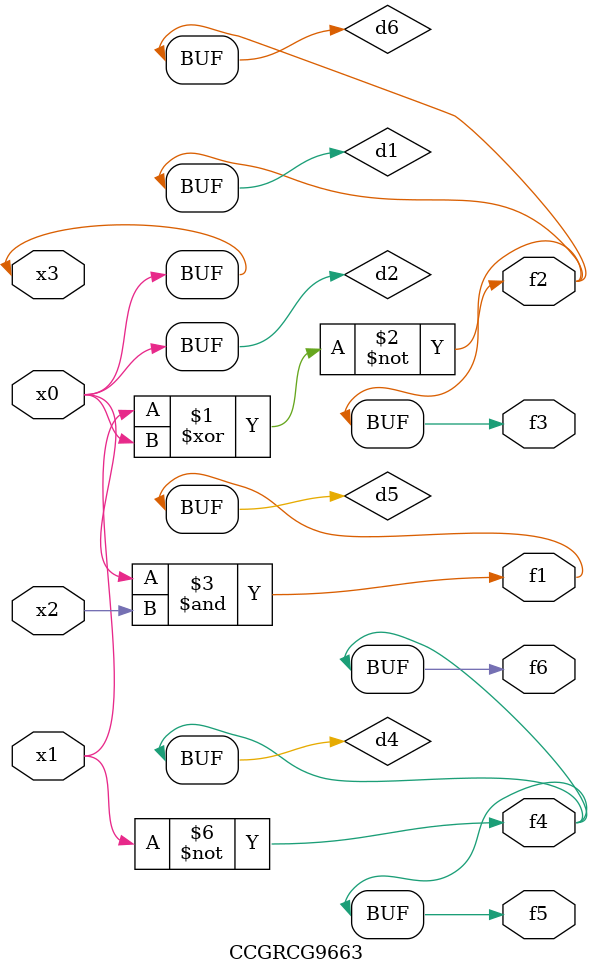
<source format=v>
module CCGRCG9663(
	input x0, x1, x2, x3,
	output f1, f2, f3, f4, f5, f6
);

	wire d1, d2, d3, d4, d5, d6;

	xnor (d1, x1, x3);
	buf (d2, x0, x3);
	nand (d3, x0, x2);
	not (d4, x1);
	nand (d5, d3);
	or (d6, d1);
	assign f1 = d5;
	assign f2 = d6;
	assign f3 = d6;
	assign f4 = d4;
	assign f5 = d4;
	assign f6 = d4;
endmodule

</source>
